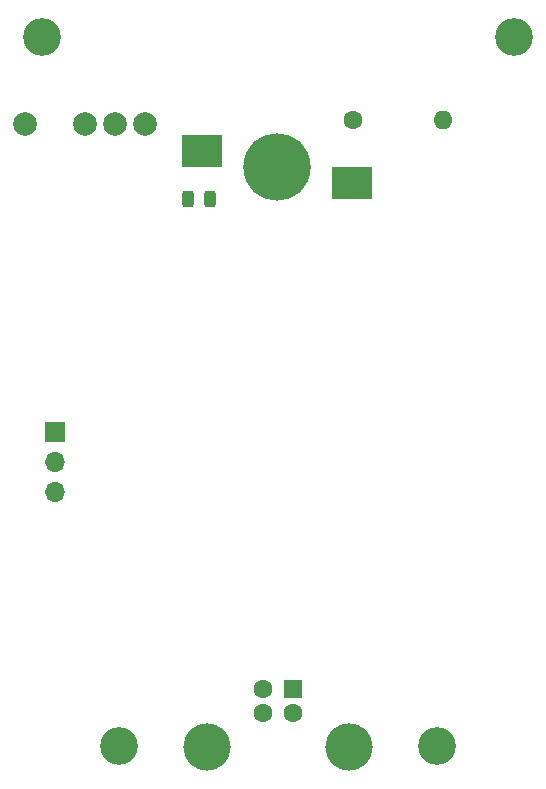
<source format=gbr>
%TF.GenerationSoftware,KiCad,Pcbnew,(6.0.1)*%
%TF.CreationDate,2022-03-26T14:46:19+01:00*%
%TF.ProjectId,fanali_coda_treno,66616e61-6c69-45f6-936f-64615f747265,rev?*%
%TF.SameCoordinates,Original*%
%TF.FileFunction,Soldermask,Bot*%
%TF.FilePolarity,Negative*%
%FSLAX46Y46*%
G04 Gerber Fmt 4.6, Leading zero omitted, Abs format (unit mm)*
G04 Created by KiCad (PCBNEW (6.0.1)) date 2022-03-26 14:46:19*
%MOMM*%
%LPD*%
G01*
G04 APERTURE LIST*
G04 Aperture macros list*
%AMRoundRect*
0 Rectangle with rounded corners*
0 $1 Rounding radius*
0 $2 $3 $4 $5 $6 $7 $8 $9 X,Y pos of 4 corners*
0 Add a 4 corners polygon primitive as box body*
4,1,4,$2,$3,$4,$5,$6,$7,$8,$9,$2,$3,0*
0 Add four circle primitives for the rounded corners*
1,1,$1+$1,$2,$3*
1,1,$1+$1,$4,$5*
1,1,$1+$1,$6,$7*
1,1,$1+$1,$8,$9*
0 Add four rect primitives between the rounded corners*
20,1,$1+$1,$2,$3,$4,$5,0*
20,1,$1+$1,$4,$5,$6,$7,0*
20,1,$1+$1,$6,$7,$8,$9,0*
20,1,$1+$1,$8,$9,$2,$3,0*%
G04 Aperture macros list end*
%ADD10C,1.600000*%
%ADD11O,1.600000X1.600000*%
%ADD12C,3.200000*%
%ADD13R,1.700000X1.700000*%
%ADD14O,1.700000X1.700000*%
%ADD15R,1.600000X1.600000*%
%ADD16C,4.000000*%
%ADD17C,2.000000*%
%ADD18RoundRect,0.243750X0.243750X0.456250X-0.243750X0.456250X-0.243750X-0.456250X0.243750X-0.456250X0*%
%ADD19R,3.500000X2.700000*%
%ADD20C,5.700000*%
G04 APERTURE END LIST*
D10*
%TO.C,R4*%
X31343600Y-12000000D03*
D11*
X38963600Y-12000000D03*
%TD*%
D12*
%TO.C,H3*%
X11500000Y-65000000D03*
%TD*%
D13*
%TO.C,J2*%
X6146800Y-38481000D03*
D14*
X6146800Y-41021000D03*
X6146800Y-43561000D03*
%TD*%
D15*
%TO.C,J1*%
X26250000Y-60212500D03*
D10*
X23750000Y-60212500D03*
X23750000Y-62212500D03*
X26250000Y-62212500D03*
D16*
X19000000Y-65072500D03*
X31000000Y-65072500D03*
%TD*%
D12*
%TO.C,H1*%
X5000000Y-5000000D03*
%TD*%
D17*
%TO.C,SW1*%
X13726387Y-12362500D03*
X11186387Y-12362500D03*
X8646387Y-12362500D03*
X3566387Y-12362500D03*
%TD*%
D12*
%TO.C,H2*%
X38500000Y-65000000D03*
%TD*%
%TO.C,H4*%
X45000000Y-5000000D03*
%TD*%
D18*
%TO.C,D3*%
X19276300Y-18745200D03*
X17401300Y-18745200D03*
%TD*%
D19*
%TO.C,D2*%
X31250000Y-17330000D03*
X18550000Y-14630000D03*
D20*
X24900000Y-15980000D03*
%TD*%
M02*

</source>
